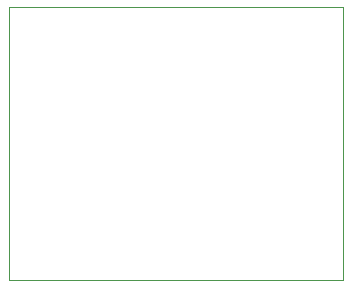
<source format=gm1>
%TF.GenerationSoftware,KiCad,Pcbnew,5.1.10*%
%TF.CreationDate,2021-08-11T21:48:22+02:00*%
%TF.ProjectId,LiPo_Wireless,4c69506f-5f57-4697-9265-6c6573732e6b,rev?*%
%TF.SameCoordinates,Original*%
%TF.FileFunction,Profile,NP*%
%FSLAX46Y46*%
G04 Gerber Fmt 4.6, Leading zero omitted, Abs format (unit mm)*
G04 Created by KiCad (PCBNEW 5.1.10) date 2021-08-11 21:48:22*
%MOMM*%
%LPD*%
G01*
G04 APERTURE LIST*
%TA.AperFunction,Profile*%
%ADD10C,0.050000*%
%TD*%
G04 APERTURE END LIST*
D10*
X64516000Y-101981000D02*
X64516000Y-102235000D01*
X92837000Y-101981000D02*
X64516000Y-101981000D01*
X92837000Y-125095000D02*
X92837000Y-101981000D01*
X64516000Y-125095000D02*
X92837000Y-125095000D01*
X64516000Y-102235000D02*
X64516000Y-125095000D01*
M02*

</source>
